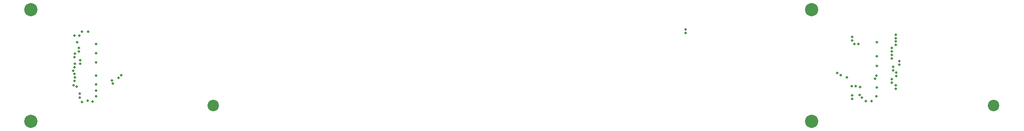
<source format=gbr>
G04 #@! TF.FileFunction,Copper,L3,Inr,Signal*
%FSLAX46Y46*%
G04 Gerber Fmt 4.6, Leading zero omitted, Abs format (unit mm)*
G04 Created by KiCad (PCBNEW 0.201603021449+6606~42~ubuntu14.04.1-product) date Wed 02 Mar 2016 02:15:13 PM PST*
%MOMM*%
G01*
G04 APERTURE LIST*
%ADD10C,0.100000*%
%ADD11C,2.540000*%
%ADD12C,2.200000*%
%ADD13C,0.508000*%
G04 APERTURE END LIST*
D10*
D11*
X164500000Y-196000000D03*
X164500000Y-174500000D03*
X14500000Y-174500000D03*
D12*
X49500000Y-192925000D03*
X199505000Y-192925000D03*
D11*
X14500000Y-196000000D03*
D13*
X140300000Y-178999090D03*
X180705564Y-179979902D03*
X172700000Y-181100000D03*
X173500000Y-181137491D03*
X177000000Y-185300000D03*
X177000000Y-183500000D03*
X177000000Y-180800000D03*
X176975000Y-187200000D03*
X177000000Y-189525000D03*
X176975000Y-191200000D03*
X24300000Y-178700000D03*
X23800000Y-179500000D03*
X27000000Y-184675000D03*
X26975000Y-182875000D03*
X27000000Y-181100000D03*
X27000000Y-187200000D03*
X27000000Y-191200000D03*
X27000000Y-190100000D03*
X27000000Y-188900000D03*
X25475000Y-178700000D03*
X22875000Y-179500000D03*
X23325000Y-180750000D03*
X169450000Y-186708410D03*
X22609375Y-186241728D03*
X170050000Y-187080380D03*
X22885259Y-186894448D03*
X171272325Y-187575690D03*
X22976604Y-187548502D03*
X176717516Y-187808138D03*
X22844781Y-188222828D03*
X172225000Y-189250690D03*
X22694573Y-189036204D03*
X172950000Y-189250690D03*
X23300000Y-189300000D03*
X174900000Y-192075000D03*
X176000000Y-192075000D03*
X174175000Y-191475000D03*
X173825000Y-189375000D03*
X173700000Y-190949310D03*
X24300000Y-192250000D03*
X26350000Y-192200000D03*
X25400000Y-192000000D03*
X23875000Y-190700000D03*
X23900000Y-191475000D03*
X140300000Y-178313290D03*
X180695893Y-179319571D03*
X180675000Y-180639597D03*
X172325000Y-179757100D03*
X180675000Y-181300000D03*
X172325000Y-180442900D03*
X179925000Y-181850000D03*
X23700000Y-181900000D03*
X179932677Y-182523006D03*
X23700000Y-182560403D03*
X179950000Y-183250000D03*
X22900000Y-183000000D03*
X179950000Y-183910403D03*
X22883120Y-183680682D03*
X181375000Y-184425000D03*
X23950000Y-184214390D03*
X181375000Y-185085403D03*
X23950000Y-184925000D03*
X180200000Y-185514597D03*
X22900000Y-184925000D03*
X180200000Y-186175000D03*
X22879965Y-185605438D03*
X31842466Y-187132534D03*
X180775000Y-186639597D03*
X31357534Y-187617466D03*
X180775000Y-187300000D03*
X30025000Y-188100000D03*
X179875000Y-187875000D03*
X30191699Y-188739016D03*
X179877390Y-188540029D03*
X180675000Y-189742900D03*
X172300000Y-191717900D03*
X172300000Y-191032100D03*
X180675000Y-189057100D03*
M02*

</source>
